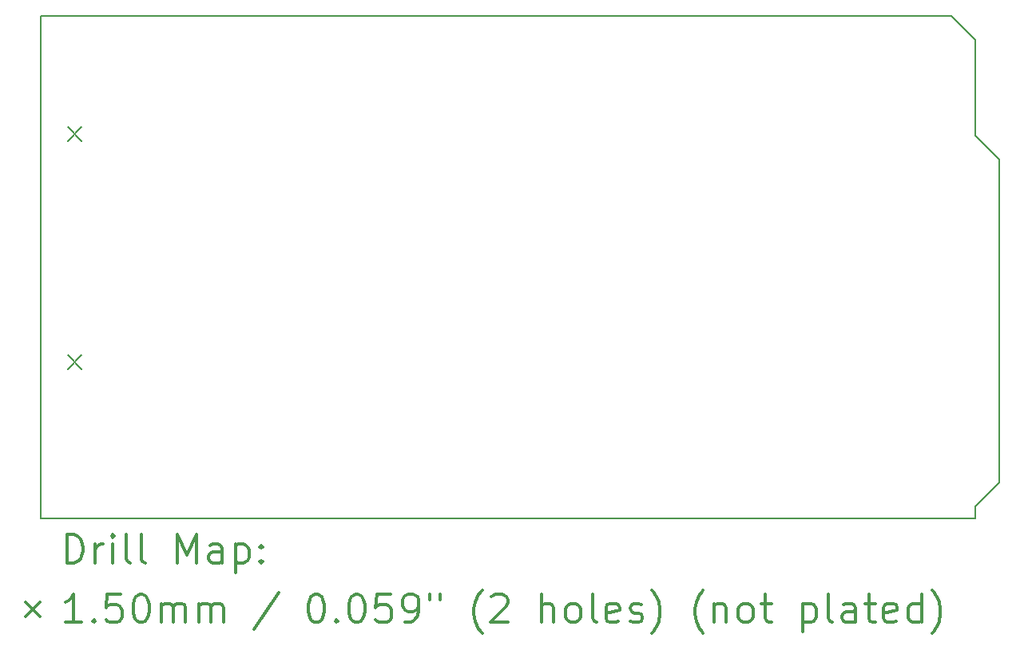
<source format=gbr>
%FSLAX45Y45*%
G04 Gerber Fmt 4.5, Leading zero omitted, Abs format (unit mm)*
G04 Created by KiCad (PCBNEW (5.1.4)-1) date 2020-04-27 13:53:01*
%MOMM*%
%LPD*%
G04 APERTURE LIST*
%ADD10C,0.150000*%
%ADD11C,0.200000*%
%ADD12C,0.300000*%
G04 APERTURE END LIST*
D10*
X20243800Y-12166600D02*
X10337800Y-12166600D01*
X20243800Y-12039600D02*
X20243800Y-12166600D01*
X20497800Y-11785600D02*
X20243800Y-12039600D01*
X20497800Y-8356600D02*
X20497800Y-11785600D01*
X20243800Y-8102600D02*
X20497800Y-8356600D01*
X20243800Y-7086600D02*
X20243800Y-8102600D01*
X19989800Y-6832600D02*
X20243800Y-7086600D01*
X10337800Y-6832600D02*
X19989800Y-6832600D01*
X10337800Y-12166600D02*
X10337800Y-6832600D01*
D11*
X10622600Y-8009500D02*
X10772600Y-8159500D01*
X10772600Y-8009500D02*
X10622600Y-8159500D01*
X10622600Y-10429500D02*
X10772600Y-10579500D01*
X10772600Y-10429500D02*
X10622600Y-10579500D01*
D12*
X10616728Y-12639814D02*
X10616728Y-12339814D01*
X10688157Y-12339814D01*
X10731014Y-12354100D01*
X10759586Y-12382671D01*
X10773871Y-12411243D01*
X10788157Y-12468386D01*
X10788157Y-12511243D01*
X10773871Y-12568386D01*
X10759586Y-12596957D01*
X10731014Y-12625529D01*
X10688157Y-12639814D01*
X10616728Y-12639814D01*
X10916728Y-12639814D02*
X10916728Y-12439814D01*
X10916728Y-12496957D02*
X10931014Y-12468386D01*
X10945300Y-12454100D01*
X10973871Y-12439814D01*
X11002443Y-12439814D01*
X11102443Y-12639814D02*
X11102443Y-12439814D01*
X11102443Y-12339814D02*
X11088157Y-12354100D01*
X11102443Y-12368386D01*
X11116728Y-12354100D01*
X11102443Y-12339814D01*
X11102443Y-12368386D01*
X11288157Y-12639814D02*
X11259586Y-12625529D01*
X11245300Y-12596957D01*
X11245300Y-12339814D01*
X11445300Y-12639814D02*
X11416728Y-12625529D01*
X11402443Y-12596957D01*
X11402443Y-12339814D01*
X11788157Y-12639814D02*
X11788157Y-12339814D01*
X11888157Y-12554100D01*
X11988157Y-12339814D01*
X11988157Y-12639814D01*
X12259586Y-12639814D02*
X12259586Y-12482671D01*
X12245300Y-12454100D01*
X12216728Y-12439814D01*
X12159586Y-12439814D01*
X12131014Y-12454100D01*
X12259586Y-12625529D02*
X12231014Y-12639814D01*
X12159586Y-12639814D01*
X12131014Y-12625529D01*
X12116728Y-12596957D01*
X12116728Y-12568386D01*
X12131014Y-12539814D01*
X12159586Y-12525529D01*
X12231014Y-12525529D01*
X12259586Y-12511243D01*
X12402443Y-12439814D02*
X12402443Y-12739814D01*
X12402443Y-12454100D02*
X12431014Y-12439814D01*
X12488157Y-12439814D01*
X12516728Y-12454100D01*
X12531014Y-12468386D01*
X12545300Y-12496957D01*
X12545300Y-12582671D01*
X12531014Y-12611243D01*
X12516728Y-12625529D01*
X12488157Y-12639814D01*
X12431014Y-12639814D01*
X12402443Y-12625529D01*
X12673871Y-12611243D02*
X12688157Y-12625529D01*
X12673871Y-12639814D01*
X12659586Y-12625529D01*
X12673871Y-12611243D01*
X12673871Y-12639814D01*
X12673871Y-12454100D02*
X12688157Y-12468386D01*
X12673871Y-12482671D01*
X12659586Y-12468386D01*
X12673871Y-12454100D01*
X12673871Y-12482671D01*
X10180300Y-13059100D02*
X10330300Y-13209100D01*
X10330300Y-13059100D02*
X10180300Y-13209100D01*
X10773871Y-13269814D02*
X10602443Y-13269814D01*
X10688157Y-13269814D02*
X10688157Y-12969814D01*
X10659586Y-13012671D01*
X10631014Y-13041243D01*
X10602443Y-13055529D01*
X10902443Y-13241243D02*
X10916728Y-13255529D01*
X10902443Y-13269814D01*
X10888157Y-13255529D01*
X10902443Y-13241243D01*
X10902443Y-13269814D01*
X11188157Y-12969814D02*
X11045300Y-12969814D01*
X11031014Y-13112671D01*
X11045300Y-13098386D01*
X11073871Y-13084100D01*
X11145300Y-13084100D01*
X11173871Y-13098386D01*
X11188157Y-13112671D01*
X11202443Y-13141243D01*
X11202443Y-13212671D01*
X11188157Y-13241243D01*
X11173871Y-13255529D01*
X11145300Y-13269814D01*
X11073871Y-13269814D01*
X11045300Y-13255529D01*
X11031014Y-13241243D01*
X11388157Y-12969814D02*
X11416728Y-12969814D01*
X11445300Y-12984100D01*
X11459586Y-12998386D01*
X11473871Y-13026957D01*
X11488157Y-13084100D01*
X11488157Y-13155529D01*
X11473871Y-13212671D01*
X11459586Y-13241243D01*
X11445300Y-13255529D01*
X11416728Y-13269814D01*
X11388157Y-13269814D01*
X11359586Y-13255529D01*
X11345300Y-13241243D01*
X11331014Y-13212671D01*
X11316728Y-13155529D01*
X11316728Y-13084100D01*
X11331014Y-13026957D01*
X11345300Y-12998386D01*
X11359586Y-12984100D01*
X11388157Y-12969814D01*
X11616728Y-13269814D02*
X11616728Y-13069814D01*
X11616728Y-13098386D02*
X11631014Y-13084100D01*
X11659586Y-13069814D01*
X11702443Y-13069814D01*
X11731014Y-13084100D01*
X11745300Y-13112671D01*
X11745300Y-13269814D01*
X11745300Y-13112671D02*
X11759586Y-13084100D01*
X11788157Y-13069814D01*
X11831014Y-13069814D01*
X11859586Y-13084100D01*
X11873871Y-13112671D01*
X11873871Y-13269814D01*
X12016728Y-13269814D02*
X12016728Y-13069814D01*
X12016728Y-13098386D02*
X12031014Y-13084100D01*
X12059586Y-13069814D01*
X12102443Y-13069814D01*
X12131014Y-13084100D01*
X12145300Y-13112671D01*
X12145300Y-13269814D01*
X12145300Y-13112671D02*
X12159586Y-13084100D01*
X12188157Y-13069814D01*
X12231014Y-13069814D01*
X12259586Y-13084100D01*
X12273871Y-13112671D01*
X12273871Y-13269814D01*
X12859586Y-12955529D02*
X12602443Y-13341243D01*
X13245300Y-12969814D02*
X13273871Y-12969814D01*
X13302443Y-12984100D01*
X13316728Y-12998386D01*
X13331014Y-13026957D01*
X13345300Y-13084100D01*
X13345300Y-13155529D01*
X13331014Y-13212671D01*
X13316728Y-13241243D01*
X13302443Y-13255529D01*
X13273871Y-13269814D01*
X13245300Y-13269814D01*
X13216728Y-13255529D01*
X13202443Y-13241243D01*
X13188157Y-13212671D01*
X13173871Y-13155529D01*
X13173871Y-13084100D01*
X13188157Y-13026957D01*
X13202443Y-12998386D01*
X13216728Y-12984100D01*
X13245300Y-12969814D01*
X13473871Y-13241243D02*
X13488157Y-13255529D01*
X13473871Y-13269814D01*
X13459586Y-13255529D01*
X13473871Y-13241243D01*
X13473871Y-13269814D01*
X13673871Y-12969814D02*
X13702443Y-12969814D01*
X13731014Y-12984100D01*
X13745300Y-12998386D01*
X13759586Y-13026957D01*
X13773871Y-13084100D01*
X13773871Y-13155529D01*
X13759586Y-13212671D01*
X13745300Y-13241243D01*
X13731014Y-13255529D01*
X13702443Y-13269814D01*
X13673871Y-13269814D01*
X13645300Y-13255529D01*
X13631014Y-13241243D01*
X13616728Y-13212671D01*
X13602443Y-13155529D01*
X13602443Y-13084100D01*
X13616728Y-13026957D01*
X13631014Y-12998386D01*
X13645300Y-12984100D01*
X13673871Y-12969814D01*
X14045300Y-12969814D02*
X13902443Y-12969814D01*
X13888157Y-13112671D01*
X13902443Y-13098386D01*
X13931014Y-13084100D01*
X14002443Y-13084100D01*
X14031014Y-13098386D01*
X14045300Y-13112671D01*
X14059586Y-13141243D01*
X14059586Y-13212671D01*
X14045300Y-13241243D01*
X14031014Y-13255529D01*
X14002443Y-13269814D01*
X13931014Y-13269814D01*
X13902443Y-13255529D01*
X13888157Y-13241243D01*
X14202443Y-13269814D02*
X14259586Y-13269814D01*
X14288157Y-13255529D01*
X14302443Y-13241243D01*
X14331014Y-13198386D01*
X14345300Y-13141243D01*
X14345300Y-13026957D01*
X14331014Y-12998386D01*
X14316728Y-12984100D01*
X14288157Y-12969814D01*
X14231014Y-12969814D01*
X14202443Y-12984100D01*
X14188157Y-12998386D01*
X14173871Y-13026957D01*
X14173871Y-13098386D01*
X14188157Y-13126957D01*
X14202443Y-13141243D01*
X14231014Y-13155529D01*
X14288157Y-13155529D01*
X14316728Y-13141243D01*
X14331014Y-13126957D01*
X14345300Y-13098386D01*
X14459586Y-12969814D02*
X14459586Y-13026957D01*
X14573871Y-12969814D02*
X14573871Y-13026957D01*
X15016728Y-13384100D02*
X15002443Y-13369814D01*
X14973871Y-13326957D01*
X14959586Y-13298386D01*
X14945300Y-13255529D01*
X14931014Y-13184100D01*
X14931014Y-13126957D01*
X14945300Y-13055529D01*
X14959586Y-13012671D01*
X14973871Y-12984100D01*
X15002443Y-12941243D01*
X15016728Y-12926957D01*
X15116728Y-12998386D02*
X15131014Y-12984100D01*
X15159586Y-12969814D01*
X15231014Y-12969814D01*
X15259586Y-12984100D01*
X15273871Y-12998386D01*
X15288157Y-13026957D01*
X15288157Y-13055529D01*
X15273871Y-13098386D01*
X15102443Y-13269814D01*
X15288157Y-13269814D01*
X15645300Y-13269814D02*
X15645300Y-12969814D01*
X15773871Y-13269814D02*
X15773871Y-13112671D01*
X15759586Y-13084100D01*
X15731014Y-13069814D01*
X15688157Y-13069814D01*
X15659586Y-13084100D01*
X15645300Y-13098386D01*
X15959586Y-13269814D02*
X15931014Y-13255529D01*
X15916728Y-13241243D01*
X15902443Y-13212671D01*
X15902443Y-13126957D01*
X15916728Y-13098386D01*
X15931014Y-13084100D01*
X15959586Y-13069814D01*
X16002443Y-13069814D01*
X16031014Y-13084100D01*
X16045300Y-13098386D01*
X16059586Y-13126957D01*
X16059586Y-13212671D01*
X16045300Y-13241243D01*
X16031014Y-13255529D01*
X16002443Y-13269814D01*
X15959586Y-13269814D01*
X16231014Y-13269814D02*
X16202443Y-13255529D01*
X16188157Y-13226957D01*
X16188157Y-12969814D01*
X16459586Y-13255529D02*
X16431014Y-13269814D01*
X16373871Y-13269814D01*
X16345300Y-13255529D01*
X16331014Y-13226957D01*
X16331014Y-13112671D01*
X16345300Y-13084100D01*
X16373871Y-13069814D01*
X16431014Y-13069814D01*
X16459586Y-13084100D01*
X16473871Y-13112671D01*
X16473871Y-13141243D01*
X16331014Y-13169814D01*
X16588157Y-13255529D02*
X16616728Y-13269814D01*
X16673871Y-13269814D01*
X16702443Y-13255529D01*
X16716728Y-13226957D01*
X16716728Y-13212671D01*
X16702443Y-13184100D01*
X16673871Y-13169814D01*
X16631014Y-13169814D01*
X16602443Y-13155529D01*
X16588157Y-13126957D01*
X16588157Y-13112671D01*
X16602443Y-13084100D01*
X16631014Y-13069814D01*
X16673871Y-13069814D01*
X16702443Y-13084100D01*
X16816728Y-13384100D02*
X16831014Y-13369814D01*
X16859586Y-13326957D01*
X16873871Y-13298386D01*
X16888157Y-13255529D01*
X16902443Y-13184100D01*
X16902443Y-13126957D01*
X16888157Y-13055529D01*
X16873871Y-13012671D01*
X16859586Y-12984100D01*
X16831014Y-12941243D01*
X16816728Y-12926957D01*
X17359586Y-13384100D02*
X17345300Y-13369814D01*
X17316728Y-13326957D01*
X17302443Y-13298386D01*
X17288157Y-13255529D01*
X17273871Y-13184100D01*
X17273871Y-13126957D01*
X17288157Y-13055529D01*
X17302443Y-13012671D01*
X17316728Y-12984100D01*
X17345300Y-12941243D01*
X17359586Y-12926957D01*
X17473871Y-13069814D02*
X17473871Y-13269814D01*
X17473871Y-13098386D02*
X17488157Y-13084100D01*
X17516728Y-13069814D01*
X17559586Y-13069814D01*
X17588157Y-13084100D01*
X17602443Y-13112671D01*
X17602443Y-13269814D01*
X17788157Y-13269814D02*
X17759586Y-13255529D01*
X17745300Y-13241243D01*
X17731014Y-13212671D01*
X17731014Y-13126957D01*
X17745300Y-13098386D01*
X17759586Y-13084100D01*
X17788157Y-13069814D01*
X17831014Y-13069814D01*
X17859586Y-13084100D01*
X17873871Y-13098386D01*
X17888157Y-13126957D01*
X17888157Y-13212671D01*
X17873871Y-13241243D01*
X17859586Y-13255529D01*
X17831014Y-13269814D01*
X17788157Y-13269814D01*
X17973871Y-13069814D02*
X18088157Y-13069814D01*
X18016728Y-12969814D02*
X18016728Y-13226957D01*
X18031014Y-13255529D01*
X18059586Y-13269814D01*
X18088157Y-13269814D01*
X18416728Y-13069814D02*
X18416728Y-13369814D01*
X18416728Y-13084100D02*
X18445300Y-13069814D01*
X18502443Y-13069814D01*
X18531014Y-13084100D01*
X18545300Y-13098386D01*
X18559586Y-13126957D01*
X18559586Y-13212671D01*
X18545300Y-13241243D01*
X18531014Y-13255529D01*
X18502443Y-13269814D01*
X18445300Y-13269814D01*
X18416728Y-13255529D01*
X18731014Y-13269814D02*
X18702443Y-13255529D01*
X18688157Y-13226957D01*
X18688157Y-12969814D01*
X18973871Y-13269814D02*
X18973871Y-13112671D01*
X18959586Y-13084100D01*
X18931014Y-13069814D01*
X18873871Y-13069814D01*
X18845300Y-13084100D01*
X18973871Y-13255529D02*
X18945300Y-13269814D01*
X18873871Y-13269814D01*
X18845300Y-13255529D01*
X18831014Y-13226957D01*
X18831014Y-13198386D01*
X18845300Y-13169814D01*
X18873871Y-13155529D01*
X18945300Y-13155529D01*
X18973871Y-13141243D01*
X19073871Y-13069814D02*
X19188157Y-13069814D01*
X19116728Y-12969814D02*
X19116728Y-13226957D01*
X19131014Y-13255529D01*
X19159586Y-13269814D01*
X19188157Y-13269814D01*
X19402443Y-13255529D02*
X19373871Y-13269814D01*
X19316728Y-13269814D01*
X19288157Y-13255529D01*
X19273871Y-13226957D01*
X19273871Y-13112671D01*
X19288157Y-13084100D01*
X19316728Y-13069814D01*
X19373871Y-13069814D01*
X19402443Y-13084100D01*
X19416728Y-13112671D01*
X19416728Y-13141243D01*
X19273871Y-13169814D01*
X19673871Y-13269814D02*
X19673871Y-12969814D01*
X19673871Y-13255529D02*
X19645300Y-13269814D01*
X19588157Y-13269814D01*
X19559586Y-13255529D01*
X19545300Y-13241243D01*
X19531014Y-13212671D01*
X19531014Y-13126957D01*
X19545300Y-13098386D01*
X19559586Y-13084100D01*
X19588157Y-13069814D01*
X19645300Y-13069814D01*
X19673871Y-13084100D01*
X19788157Y-13384100D02*
X19802443Y-13369814D01*
X19831014Y-13326957D01*
X19845300Y-13298386D01*
X19859586Y-13255529D01*
X19873871Y-13184100D01*
X19873871Y-13126957D01*
X19859586Y-13055529D01*
X19845300Y-13012671D01*
X19831014Y-12984100D01*
X19802443Y-12941243D01*
X19788157Y-12926957D01*
M02*

</source>
